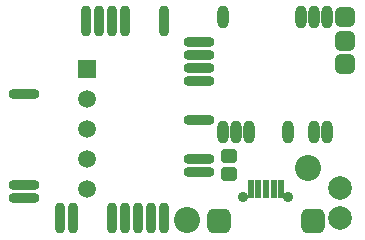
<source format=gts>
%FSLAX44Y44*%
%MOMM*%
G71*
G01*
G75*
G04 Layer_Color=8388736*
%ADD10O,2.5000X0.7000*%
%ADD11O,0.7000X2.5000*%
%ADD12R,0.4000X1.4000*%
G04:AMPARAMS|DCode=13|XSize=1.8mm|YSize=1.9mm|CornerRadius=0.45mm|HoleSize=0mm|Usage=FLASHONLY|Rotation=0.000|XOffset=0mm|YOffset=0mm|HoleType=Round|Shape=RoundedRectangle|*
%AMROUNDEDRECTD13*
21,1,1.8000,1.0000,0,0,0.0*
21,1,0.9000,1.9000,0,0,0.0*
1,1,0.9000,0.4500,-0.5000*
1,1,0.9000,-0.4500,-0.5000*
1,1,0.9000,-0.4500,0.5000*
1,1,0.9000,0.4500,0.5000*
%
%ADD13ROUNDEDRECTD13*%
G04:AMPARAMS|DCode=14|XSize=1.5mm|YSize=1.5mm|CornerRadius=0.375mm|HoleSize=0mm|Usage=FLASHONLY|Rotation=180.000|XOffset=0mm|YOffset=0mm|HoleType=Round|Shape=RoundedRectangle|*
%AMROUNDEDRECTD14*
21,1,1.5000,0.7500,0,0,180.0*
21,1,0.7500,1.5000,0,0,180.0*
1,1,0.7500,-0.3750,0.3750*
1,1,0.7500,0.3750,0.3750*
1,1,0.7500,0.3750,-0.3750*
1,1,0.7500,-0.3750,-0.3750*
%
%ADD14ROUNDEDRECTD14*%
%ADD15O,0.8000X1.8000*%
G04:AMPARAMS|DCode=16|XSize=1mm|YSize=1.2mm|CornerRadius=0.165mm|HoleSize=0mm|Usage=FLASHONLY|Rotation=90.000|XOffset=0mm|YOffset=0mm|HoleType=Round|Shape=RoundedRectangle|*
%AMROUNDEDRECTD16*
21,1,1.0000,0.8700,0,0,90.0*
21,1,0.6700,1.2000,0,0,90.0*
1,1,0.3300,0.4350,0.3350*
1,1,0.3300,0.4350,-0.3350*
1,1,0.3300,-0.4350,-0.3350*
1,1,0.3300,-0.4350,0.3350*
%
%ADD16ROUNDEDRECTD16*%
%ADD17C,0.2000*%
%ADD18C,0.2500*%
%ADD19C,0.4000*%
%ADD20C,0.3500*%
%ADD21C,0.6000*%
%ADD22C,1.5000*%
%ADD23C,1.1000*%
%ADD24C,0.7000*%
%ADD25C,0.7000*%
%ADD26C,2.0000*%
%ADD27R,1.3000X1.3000*%
%ADD28C,1.3000*%
%ADD29C,1.8500*%
%ADD30C,0.6000*%
G04:AMPARAMS|DCode=31|XSize=1mm|YSize=0.9mm|CornerRadius=0.198mm|HoleSize=0mm|Usage=FLASHONLY|Rotation=90.000|XOffset=0mm|YOffset=0mm|HoleType=Round|Shape=RoundedRectangle|*
%AMROUNDEDRECTD31*
21,1,1.0000,0.5040,0,0,90.0*
21,1,0.6040,0.9000,0,0,90.0*
1,1,0.3960,0.2520,0.3020*
1,1,0.3960,0.2520,-0.3020*
1,1,0.3960,-0.2520,-0.3020*
1,1,0.3960,-0.2520,0.3020*
%
%ADD31ROUNDEDRECTD31*%
G04:AMPARAMS|DCode=32|XSize=1mm|YSize=0.9mm|CornerRadius=0.198mm|HoleSize=0mm|Usage=FLASHONLY|Rotation=0.000|XOffset=0mm|YOffset=0mm|HoleType=Round|Shape=RoundedRectangle|*
%AMROUNDEDRECTD32*
21,1,1.0000,0.5040,0,0,0.0*
21,1,0.6040,0.9000,0,0,0.0*
1,1,0.3960,0.3020,-0.2520*
1,1,0.3960,-0.3020,-0.2520*
1,1,0.3960,-0.3020,0.2520*
1,1,0.3960,0.3020,0.2520*
%
%ADD32ROUNDEDRECTD32*%
G04:AMPARAMS|DCode=33|XSize=1mm|YSize=0.95mm|CornerRadius=0.1995mm|HoleSize=0mm|Usage=FLASHONLY|Rotation=270.000|XOffset=0mm|YOffset=0mm|HoleType=Round|Shape=RoundedRectangle|*
%AMROUNDEDRECTD33*
21,1,1.0000,0.5510,0,0,270.0*
21,1,0.6010,0.9500,0,0,270.0*
1,1,0.3990,-0.2755,-0.3005*
1,1,0.3990,-0.2755,0.3005*
1,1,0.3990,0.2755,0.3005*
1,1,0.3990,0.2755,-0.3005*
%
%ADD33ROUNDEDRECTD33*%
G04:AMPARAMS|DCode=34|XSize=1mm|YSize=0.95mm|CornerRadius=0.1995mm|HoleSize=0mm|Usage=FLASHONLY|Rotation=0.000|XOffset=0mm|YOffset=0mm|HoleType=Round|Shape=RoundedRectangle|*
%AMROUNDEDRECTD34*
21,1,1.0000,0.5510,0,0,0.0*
21,1,0.6010,0.9500,0,0,0.0*
1,1,0.3990,0.3005,-0.2755*
1,1,0.3990,-0.3005,-0.2755*
1,1,0.3990,-0.3005,0.2755*
1,1,0.3990,0.3005,0.2755*
%
%ADD34ROUNDEDRECTD34*%
%ADD35R,4.0000X4.0000*%
%ADD36O,0.4000X1.1000*%
%ADD37O,1.1000X0.4000*%
G04:AMPARAMS|DCode=38|XSize=0.375mm|YSize=1.5mm|CornerRadius=0.0825mm|HoleSize=0mm|Usage=FLASHONLY|Rotation=180.000|XOffset=0mm|YOffset=0mm|HoleType=Round|Shape=RoundedRectangle|*
%AMROUNDEDRECTD38*
21,1,0.3750,1.3350,0,0,180.0*
21,1,0.2100,1.5000,0,0,180.0*
1,1,0.1650,-0.1050,0.6675*
1,1,0.1650,0.1050,0.6675*
1,1,0.1650,0.1050,-0.6675*
1,1,0.1650,-0.1050,-0.6675*
%
%ADD38ROUNDEDRECTD38*%
G04:AMPARAMS|DCode=39|XSize=0.375mm|YSize=1.25mm|CornerRadius=0.0825mm|HoleSize=0mm|Usage=FLASHONLY|Rotation=180.000|XOffset=0mm|YOffset=0mm|HoleType=Round|Shape=RoundedRectangle|*
%AMROUNDEDRECTD39*
21,1,0.3750,1.0850,0,0,180.0*
21,1,0.2100,1.2500,0,0,180.0*
1,1,0.1650,-0.1050,0.5425*
1,1,0.1650,0.1050,0.5425*
1,1,0.1650,0.1050,-0.5425*
1,1,0.1650,-0.1050,-0.5425*
%
%ADD39ROUNDEDRECTD39*%
G04:AMPARAMS|DCode=40|XSize=0.375mm|YSize=1.6mm|CornerRadius=0.0825mm|HoleSize=0mm|Usage=FLASHONLY|Rotation=180.000|XOffset=0mm|YOffset=0mm|HoleType=Round|Shape=RoundedRectangle|*
%AMROUNDEDRECTD40*
21,1,0.3750,1.4350,0,0,180.0*
21,1,0.2100,1.6000,0,0,180.0*
1,1,0.1650,-0.1050,0.7175*
1,1,0.1650,0.1050,0.7175*
1,1,0.1650,0.1050,-0.7175*
1,1,0.1650,-0.1050,-0.7175*
%
%ADD40ROUNDEDRECTD40*%
G04:AMPARAMS|DCode=41|XSize=1.1mm|YSize=0.9mm|CornerRadius=0.3015mm|HoleSize=0mm|Usage=FLASHONLY|Rotation=90.000|XOffset=0mm|YOffset=0mm|HoleType=Round|Shape=RoundedRectangle|*
%AMROUNDEDRECTD41*
21,1,1.1000,0.2970,0,0,90.0*
21,1,0.4970,0.9000,0,0,90.0*
1,1,0.6030,0.1485,0.2485*
1,1,0.6030,0.1485,-0.2485*
1,1,0.6030,-0.1485,-0.2485*
1,1,0.6030,-0.1485,0.2485*
%
%ADD41ROUNDEDRECTD41*%
G04:AMPARAMS|DCode=42|XSize=1mm|YSize=0.4mm|CornerRadius=0.1mm|HoleSize=0mm|Usage=FLASHONLY|Rotation=90.000|XOffset=0mm|YOffset=0mm|HoleType=Round|Shape=RoundedRectangle|*
%AMROUNDEDRECTD42*
21,1,1.0000,0.2000,0,0,90.0*
21,1,0.8000,0.4000,0,0,90.0*
1,1,0.2000,0.1000,0.4000*
1,1,0.2000,0.1000,-0.4000*
1,1,0.2000,-0.1000,-0.4000*
1,1,0.2000,-0.1000,0.4000*
%
%ADD42ROUNDEDRECTD42*%
G04:AMPARAMS|DCode=43|XSize=0.75mm|YSize=1.1mm|CornerRadius=0.165mm|HoleSize=0mm|Usage=FLASHONLY|Rotation=180.000|XOffset=0mm|YOffset=0mm|HoleType=Round|Shape=RoundedRectangle|*
%AMROUNDEDRECTD43*
21,1,0.7500,0.7700,0,0,180.0*
21,1,0.4200,1.1000,0,0,180.0*
1,1,0.3300,-0.2100,0.3850*
1,1,0.3300,0.2100,0.3850*
1,1,0.3300,0.2100,-0.3850*
1,1,0.3300,-0.2100,-0.3850*
%
%ADD43ROUNDEDRECTD43*%
G04:AMPARAMS|DCode=44|XSize=1mm|YSize=1.1mm|CornerRadius=0.165mm|HoleSize=0mm|Usage=FLASHONLY|Rotation=180.000|XOffset=0mm|YOffset=0mm|HoleType=Round|Shape=RoundedRectangle|*
%AMROUNDEDRECTD44*
21,1,1.0000,0.7700,0,0,180.0*
21,1,0.6700,1.1000,0,0,180.0*
1,1,0.3300,-0.3350,0.3850*
1,1,0.3300,0.3350,0.3850*
1,1,0.3300,0.3350,-0.3850*
1,1,0.3300,-0.3350,-0.3850*
%
%ADD44ROUNDEDRECTD44*%
G04:AMPARAMS|DCode=45|XSize=1.1mm|YSize=0.75mm|CornerRadius=0.2512mm|HoleSize=0mm|Usage=FLASHONLY|Rotation=90.000|XOffset=0mm|YOffset=0mm|HoleType=Round|Shape=RoundedRectangle|*
%AMROUNDEDRECTD45*
21,1,1.1000,0.2475,0,0,90.0*
21,1,0.5975,0.7500,0,0,90.0*
1,1,0.5025,0.1238,0.2988*
1,1,0.5025,0.1238,-0.2988*
1,1,0.5025,-0.1238,-0.2988*
1,1,0.5025,-0.1238,0.2988*
%
%ADD45ROUNDEDRECTD45*%
G04:AMPARAMS|DCode=46|XSize=1.1mm|YSize=0.6mm|CornerRadius=0.201mm|HoleSize=0mm|Usage=FLASHONLY|Rotation=270.000|XOffset=0mm|YOffset=0mm|HoleType=Round|Shape=RoundedRectangle|*
%AMROUNDEDRECTD46*
21,1,1.1000,0.1980,0,0,270.0*
21,1,0.6980,0.6000,0,0,270.0*
1,1,0.4020,-0.0990,-0.3490*
1,1,0.4020,-0.0990,0.3490*
1,1,0.4020,0.0990,0.3490*
1,1,0.4020,0.0990,-0.3490*
%
%ADD46ROUNDEDRECTD46*%
G04:AMPARAMS|DCode=47|XSize=1.5mm|YSize=3mm|CornerRadius=0.375mm|HoleSize=0mm|Usage=FLASHONLY|Rotation=270.000|XOffset=0mm|YOffset=0mm|HoleType=Round|Shape=RoundedRectangle|*
%AMROUNDEDRECTD47*
21,1,1.5000,2.2500,0,0,270.0*
21,1,0.7500,3.0000,0,0,270.0*
1,1,0.7500,-1.1250,-0.3750*
1,1,0.7500,-1.1250,0.3750*
1,1,0.7500,1.1250,0.3750*
1,1,0.7500,1.1250,-0.3750*
%
%ADD47ROUNDEDRECTD47*%
%ADD48C,0.2540*%
%ADD49C,0.1000*%
%ADD50O,2.6500X0.8500*%
%ADD51O,0.8500X2.6500*%
%ADD52R,0.6032X1.6032*%
G04:AMPARAMS|DCode=53|XSize=2.0032mm|YSize=2.1032mm|CornerRadius=0.5516mm|HoleSize=0mm|Usage=FLASHONLY|Rotation=0.000|XOffset=0mm|YOffset=0mm|HoleType=Round|Shape=RoundedRectangle|*
%AMROUNDEDRECTD53*
21,1,2.0032,1.0000,0,0,0.0*
21,1,0.9000,2.1032,0,0,0.0*
1,1,1.1032,0.4500,-0.5000*
1,1,1.1032,-0.4500,-0.5000*
1,1,1.1032,-0.4500,0.5000*
1,1,1.1032,0.4500,0.5000*
%
%ADD53ROUNDEDRECTD53*%
G04:AMPARAMS|DCode=54|XSize=1.7032mm|YSize=1.7032mm|CornerRadius=0.4766mm|HoleSize=0mm|Usage=FLASHONLY|Rotation=180.000|XOffset=0mm|YOffset=0mm|HoleType=Round|Shape=RoundedRectangle|*
%AMROUNDEDRECTD54*
21,1,1.7032,0.7500,0,0,180.0*
21,1,0.7500,1.7032,0,0,180.0*
1,1,0.9532,-0.3750,0.3750*
1,1,0.9532,0.3750,0.3750*
1,1,0.9532,0.3750,-0.3750*
1,1,0.9532,-0.3750,-0.3750*
%
%ADD54ROUNDEDRECTD54*%
%ADD55O,0.9500X1.9500*%
G04:AMPARAMS|DCode=56|XSize=1.15mm|YSize=1.35mm|CornerRadius=0.24mm|HoleSize=0mm|Usage=FLASHONLY|Rotation=90.000|XOffset=0mm|YOffset=0mm|HoleType=Round|Shape=RoundedRectangle|*
%AMROUNDEDRECTD56*
21,1,1.1500,0.8700,0,0,90.0*
21,1,0.6700,1.3500,0,0,90.0*
1,1,0.4800,0.4350,0.3350*
1,1,0.4800,0.4350,-0.3350*
1,1,0.4800,-0.4350,-0.3350*
1,1,0.4800,-0.4350,0.3350*
%
%ADD56ROUNDEDRECTD56*%
%ADD57C,0.9032*%
%ADD58C,2.2032*%
%ADD59R,1.5032X1.5032*%
%ADD60C,1.5032*%
D26*
X283750Y41950D02*
D03*
Y16550D02*
D03*
D50*
X164750Y166000D02*
D03*
Y155000D02*
D03*
Y144000D02*
D03*
Y133000D02*
D03*
Y100000D02*
D03*
Y67000D02*
D03*
Y56000D02*
D03*
X16750Y34000D02*
D03*
Y45000D02*
D03*
Y122000D02*
D03*
D51*
X134750Y183500D02*
D03*
X101750D02*
D03*
X90750Y183500D02*
D03*
X68750Y183500D02*
D03*
X46750Y16500D02*
D03*
X57750D02*
D03*
X90750D02*
D03*
X101750D02*
D03*
X112750D02*
D03*
X123750D02*
D03*
X134750D02*
D03*
X79750Y183500D02*
D03*
D52*
X221250Y41000D02*
D03*
X214750D02*
D03*
X227750D02*
D03*
X208250D02*
D03*
X234250D02*
D03*
D53*
X181250Y14500D02*
D03*
X261250D02*
D03*
D54*
X288500Y167000D02*
D03*
Y187000D02*
D03*
Y147000D02*
D03*
D55*
X184750Y90000D02*
D03*
X195750D02*
D03*
X206750D02*
D03*
X239750D02*
D03*
X261750D02*
D03*
X272750D02*
D03*
Y187000D02*
D03*
X261750D02*
D03*
X250750D02*
D03*
X184750D02*
D03*
D56*
X189750Y54500D02*
D03*
Y69500D02*
D03*
D57*
X202250Y35000D02*
D03*
X240250D02*
D03*
D58*
X154500Y15250D02*
D03*
X257250Y59250D02*
D03*
D59*
X69750Y143000D02*
D03*
D60*
Y117500D02*
D03*
Y92500D02*
D03*
Y67000D02*
D03*
Y41500D02*
D03*
M02*

</source>
